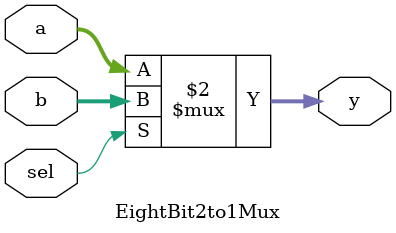
<source format=sv>
module EightBit2to1Mux (
    input        sel,  
    input  logic [7:0] a,    
    input  logic [7:0] b,    
    output logic [7:0] y     
);

    assign y = (sel == 1'b0) ? a : b;

endmodule
</source>
